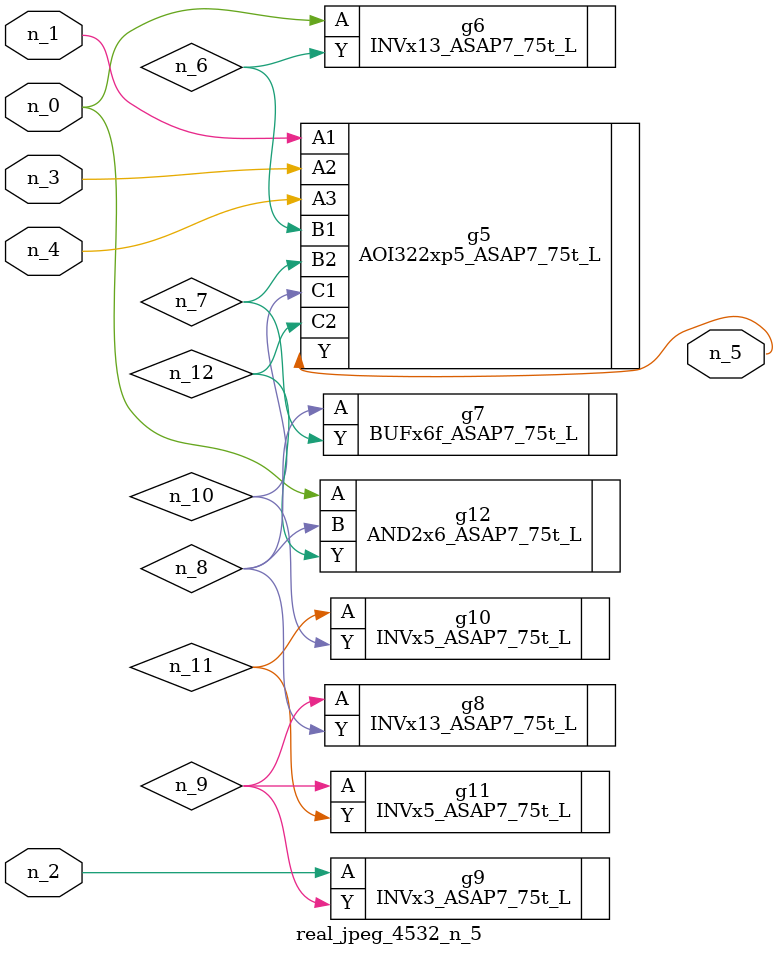
<source format=v>
module real_jpeg_4532_n_5 (n_4, n_0, n_1, n_2, n_3, n_5);

input n_4;
input n_0;
input n_1;
input n_2;
input n_3;

output n_5;

wire n_12;
wire n_8;
wire n_11;
wire n_6;
wire n_7;
wire n_10;
wire n_9;

INVx13_ASAP7_75t_L g6 ( 
.A(n_0),
.Y(n_6)
);

AND2x6_ASAP7_75t_L g12 ( 
.A(n_0),
.B(n_8),
.Y(n_12)
);

AOI322xp5_ASAP7_75t_L g5 ( 
.A1(n_1),
.A2(n_3),
.A3(n_4),
.B1(n_6),
.B2(n_7),
.C1(n_10),
.C2(n_12),
.Y(n_5)
);

INVx3_ASAP7_75t_L g9 ( 
.A(n_2),
.Y(n_9)
);

BUFx6f_ASAP7_75t_L g7 ( 
.A(n_8),
.Y(n_7)
);

INVx13_ASAP7_75t_L g8 ( 
.A(n_9),
.Y(n_8)
);

INVx5_ASAP7_75t_L g11 ( 
.A(n_9),
.Y(n_11)
);

INVx5_ASAP7_75t_L g10 ( 
.A(n_11),
.Y(n_10)
);


endmodule
</source>
